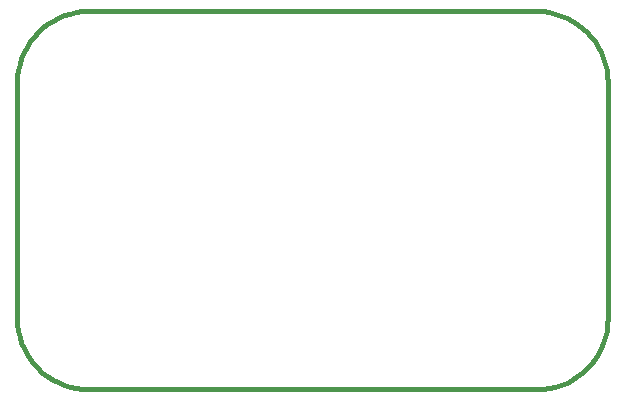
<source format=gbr>
G04 (created by PCBNEW-RS274X (2012-01-19 BZR 3256)-stable) date 5/11/2012 7:46:45 PM*
G01*
G70*
G90*
%MOIN*%
G04 Gerber Fmt 3.4, Leading zero omitted, Abs format*
%FSLAX34Y34*%
G04 APERTURE LIST*
%ADD10C,0.006000*%
%ADD11C,0.015000*%
G04 APERTURE END LIST*
G54D10*
G54D11*
X50158Y-33937D02*
X50167Y-34142D01*
X50194Y-34347D01*
X50239Y-34548D01*
X50301Y-34744D01*
X50380Y-34935D01*
X50475Y-35117D01*
X50586Y-35291D01*
X50711Y-35455D01*
X50850Y-35607D01*
X51002Y-35746D01*
X51166Y-35871D01*
X51340Y-35982D01*
X51522Y-36077D01*
X51713Y-36156D01*
X51909Y-36218D01*
X52110Y-36263D01*
X52315Y-36290D01*
X52520Y-36299D01*
X69843Y-26063D02*
X69843Y-33937D01*
X50157Y-33937D02*
X50157Y-26063D01*
X67480Y-36300D02*
X67685Y-36291D01*
X67890Y-36264D01*
X68091Y-36219D01*
X68288Y-36157D01*
X68478Y-36078D01*
X68661Y-35983D01*
X68835Y-35872D01*
X68998Y-35747D01*
X69150Y-35607D01*
X69290Y-35455D01*
X69415Y-35292D01*
X69526Y-35118D01*
X69621Y-34935D01*
X69700Y-34745D01*
X69762Y-34548D01*
X69807Y-34347D01*
X69834Y-34142D01*
X69843Y-33937D01*
X52520Y-23701D02*
X67480Y-23701D01*
X52520Y-36299D02*
X67480Y-36299D01*
X69842Y-26063D02*
X69833Y-25858D01*
X69806Y-25653D01*
X69761Y-25452D01*
X69699Y-25256D01*
X69620Y-25065D01*
X69525Y-24883D01*
X69414Y-24709D01*
X69289Y-24545D01*
X69150Y-24393D01*
X68998Y-24254D01*
X68834Y-24129D01*
X68661Y-24018D01*
X68478Y-23923D01*
X68287Y-23844D01*
X68091Y-23782D01*
X67890Y-23737D01*
X67685Y-23710D01*
X67480Y-23701D01*
X52520Y-23700D02*
X52315Y-23709D01*
X52110Y-23736D01*
X51909Y-23781D01*
X51712Y-23843D01*
X51522Y-23922D01*
X51339Y-24017D01*
X51165Y-24128D01*
X51002Y-24253D01*
X50850Y-24393D01*
X50710Y-24545D01*
X50585Y-24708D01*
X50474Y-24882D01*
X50379Y-25065D01*
X50300Y-25255D01*
X50238Y-25452D01*
X50193Y-25653D01*
X50166Y-25858D01*
X50157Y-26063D01*
M02*

</source>
